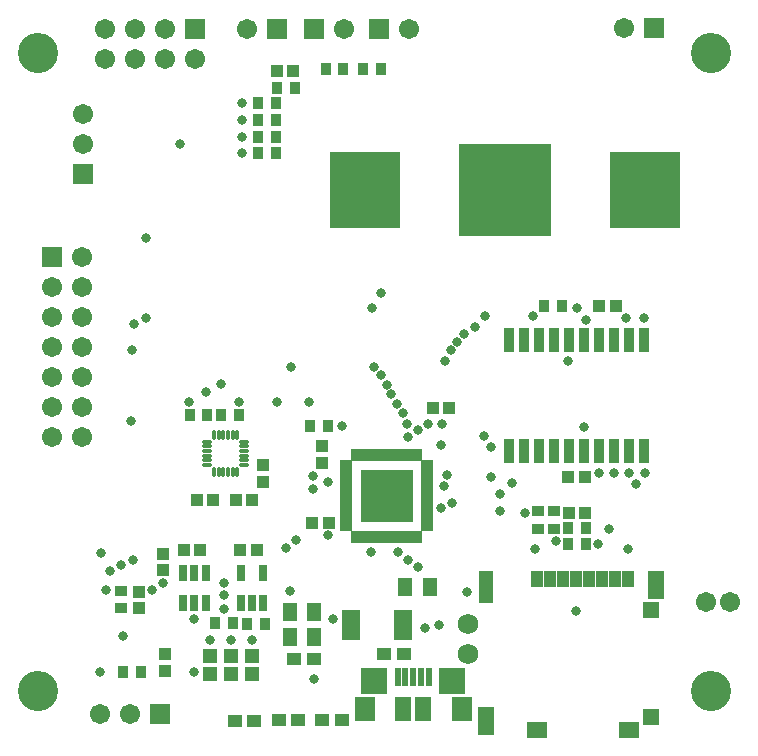
<source format=gts>
G04*
G04 #@! TF.GenerationSoftware,Altium Limited,Altium Designer,19.0.14 (431)*
G04*
G04 Layer_Color=8388736*
%FSLAX25Y25*%
%MOIN*%
G70*
G01*
G75*
%ADD18R,0.03556X0.04343*%
%ADD19R,0.04343X0.03556*%
%ADD20R,0.03950X0.04343*%
%ADD21R,0.30721X0.30721*%
%ADD22R,0.23241X0.25800*%
%ADD23R,0.03359X0.08379*%
%ADD24R,0.04343X0.03950*%
%ADD25R,0.17335X0.17335*%
%ADD26R,0.04343X0.01981*%
%ADD27R,0.01981X0.04343*%
G04:AMPARAMS|DCode=28|XSize=33.2mil|YSize=16.66mil|CornerRadius=5.08mil|HoleSize=0mil|Usage=FLASHONLY|Rotation=0.000|XOffset=0mil|YOffset=0mil|HoleType=Round|Shape=RoundedRectangle|*
%AMROUNDEDRECTD28*
21,1,0.03320,0.00650,0,0,0.0*
21,1,0.02303,0.01666,0,0,0.0*
1,1,0.01016,0.01152,-0.00325*
1,1,0.01016,-0.01152,-0.00325*
1,1,0.01016,-0.01152,0.00325*
1,1,0.01016,0.01152,0.00325*
%
%ADD28ROUNDEDRECTD28*%
G04:AMPARAMS|DCode=29|XSize=33.2mil|YSize=16.66mil|CornerRadius=5.08mil|HoleSize=0mil|Usage=FLASHONLY|Rotation=90.000|XOffset=0mil|YOffset=0mil|HoleType=Round|Shape=RoundedRectangle|*
%AMROUNDEDRECTD29*
21,1,0.03320,0.00650,0,0,90.0*
21,1,0.02303,0.01666,0,0,90.0*
1,1,0.01016,0.00325,0.01152*
1,1,0.01016,0.00325,-0.01152*
1,1,0.01016,-0.00325,-0.01152*
1,1,0.01016,-0.00325,0.01152*
%
%ADD29ROUNDEDRECTD29*%
%ADD30R,0.03950X0.05682*%
%ADD31R,0.04540X0.10642*%
%ADD32R,0.05328X0.09461*%
%ADD33R,0.05367X0.05721*%
%ADD34R,0.05367X0.05524*%
%ADD35R,0.06706X0.05328*%
%ADD36R,0.03162X0.05721*%
%ADD37R,0.03162X0.05524*%
%ADD38R,0.04934X0.06312*%
%ADD39R,0.04540X0.04343*%
%ADD40R,0.04737X0.04540*%
%ADD41R,0.06312X0.01981*%
%ADD42R,0.02375X0.06115*%
%ADD43R,0.09068X0.08674*%
%ADD44R,0.07099X0.08280*%
%ADD45R,0.05524X0.08280*%
%ADD46R,0.06706X0.06706*%
%ADD47C,0.06706*%
%ADD48C,0.06800*%
%ADD49R,0.06706X0.06706*%
%ADD50C,0.03162*%
%ADD51C,0.13398*%
D18*
X82677Y40157D02*
D03*
X76772D02*
D03*
X87484Y40059D02*
D03*
X93390D02*
D03*
X186417Y146063D02*
D03*
X192323D02*
D03*
X91035Y213484D02*
D03*
X96941D02*
D03*
X91142Y207874D02*
D03*
X97047D02*
D03*
X91142Y196850D02*
D03*
X97047D02*
D03*
Y202362D02*
D03*
X91142D02*
D03*
X119488Y224803D02*
D03*
X113583D02*
D03*
X114370Y106102D02*
D03*
X108465D02*
D03*
X78831Y109626D02*
D03*
X84736D02*
D03*
X74106Y109626D02*
D03*
X68201D02*
D03*
X97295Y218709D02*
D03*
X103201D02*
D03*
X194449Y66752D02*
D03*
X200354D02*
D03*
X200354Y71870D02*
D03*
X194449D02*
D03*
X51862Y24122D02*
D03*
X45957D02*
D03*
X125984Y224803D02*
D03*
X131890D02*
D03*
D19*
X45374Y45177D02*
D03*
Y51083D02*
D03*
X189528Y71673D02*
D03*
Y77579D02*
D03*
X184409Y77579D02*
D03*
Y71673D02*
D03*
D20*
X149213Y111811D02*
D03*
X154724D02*
D03*
X204724Y146063D02*
D03*
X210236D02*
D03*
X194350Y88976D02*
D03*
X199862D02*
D03*
X114567Y73622D02*
D03*
X109055D02*
D03*
X70626Y81181D02*
D03*
X76138D02*
D03*
X89130Y81181D02*
D03*
X83618D02*
D03*
X102756Y224410D02*
D03*
X97244D02*
D03*
X194646Y76988D02*
D03*
X200157D02*
D03*
X71744Y64673D02*
D03*
X66232D02*
D03*
X90642Y64476D02*
D03*
X85130D02*
D03*
D21*
X173228Y184646D02*
D03*
D22*
X219882D02*
D03*
X126575D02*
D03*
D23*
X219606Y97591D02*
D03*
X214606D02*
D03*
X209606D02*
D03*
X204606D02*
D03*
X199606D02*
D03*
X194606D02*
D03*
X189606D02*
D03*
X184606D02*
D03*
X179606D02*
D03*
X174606D02*
D03*
Y134693D02*
D03*
X179606D02*
D03*
X184606D02*
D03*
X189606D02*
D03*
X194606D02*
D03*
X199606D02*
D03*
X204606D02*
D03*
X209606D02*
D03*
X214606D02*
D03*
X219606D02*
D03*
D24*
X112205Y93701D02*
D03*
Y99213D02*
D03*
X92520Y92913D02*
D03*
Y87402D02*
D03*
X59933Y29831D02*
D03*
Y24319D02*
D03*
X59449Y63386D02*
D03*
Y57874D02*
D03*
X51181Y45276D02*
D03*
Y50787D02*
D03*
D25*
X133858Y82657D02*
D03*
D26*
X120276Y71831D02*
D03*
Y73799D02*
D03*
Y75768D02*
D03*
Y77736D02*
D03*
Y79705D02*
D03*
Y81673D02*
D03*
Y83642D02*
D03*
Y85610D02*
D03*
Y87579D02*
D03*
Y89547D02*
D03*
Y91516D02*
D03*
Y93484D02*
D03*
X147441D02*
D03*
Y91516D02*
D03*
Y89547D02*
D03*
Y87579D02*
D03*
Y85610D02*
D03*
Y83642D02*
D03*
Y81673D02*
D03*
Y79705D02*
D03*
Y77736D02*
D03*
Y75768D02*
D03*
Y73799D02*
D03*
Y71831D02*
D03*
D27*
X123031Y96240D02*
D03*
X125000D02*
D03*
X126969D02*
D03*
X128937D02*
D03*
X130905D02*
D03*
X132874D02*
D03*
X134843D02*
D03*
X136811D02*
D03*
X138779D02*
D03*
X140748D02*
D03*
X142717D02*
D03*
X144685D02*
D03*
Y69075D02*
D03*
X142717D02*
D03*
X140748D02*
D03*
X138779D02*
D03*
X136811D02*
D03*
X134843D02*
D03*
X132874D02*
D03*
X130905D02*
D03*
X128937D02*
D03*
X126969D02*
D03*
X125000D02*
D03*
X123031D02*
D03*
D28*
X74126Y100787D02*
D03*
Y99213D02*
D03*
Y97638D02*
D03*
Y96063D02*
D03*
Y94488D02*
D03*
Y92913D02*
D03*
X86291D02*
D03*
Y94488D02*
D03*
Y96063D02*
D03*
Y97638D02*
D03*
Y99213D02*
D03*
Y100787D02*
D03*
D29*
X76272Y90768D02*
D03*
X77846D02*
D03*
X79421D02*
D03*
X80996D02*
D03*
X82571D02*
D03*
X84146D02*
D03*
Y102933D02*
D03*
X82571D02*
D03*
X80996D02*
D03*
X79421D02*
D03*
X77846D02*
D03*
X76272D02*
D03*
D30*
X184153Y54843D02*
D03*
X188484D02*
D03*
X192815D02*
D03*
X197146D02*
D03*
X201476D02*
D03*
X205807D02*
D03*
X210138D02*
D03*
X214469D02*
D03*
D31*
X167047Y52362D02*
D03*
D32*
X223701Y52953D02*
D03*
X167047Y7756D02*
D03*
D33*
X222126Y44488D02*
D03*
D34*
X221909Y9055D02*
D03*
D35*
X214626Y4626D02*
D03*
X183996D02*
D03*
D36*
X85327Y46957D02*
D03*
X89067D02*
D03*
X92807D02*
D03*
Y56799D02*
D03*
X85327D02*
D03*
D37*
X73516D02*
D03*
X69776D02*
D03*
X66035D02*
D03*
Y46957D02*
D03*
X69776D02*
D03*
X73516D02*
D03*
D38*
X101567Y44004D02*
D03*
X109638D02*
D03*
X109638Y35736D02*
D03*
X101567D02*
D03*
X140150Y52173D02*
D03*
X148221D02*
D03*
D39*
X109638Y28336D02*
D03*
X103142D02*
D03*
X139559Y29831D02*
D03*
X133063D02*
D03*
X89665Y7776D02*
D03*
X83169D02*
D03*
X104331Y7874D02*
D03*
X97835D02*
D03*
X118898Y7972D02*
D03*
X112402D02*
D03*
D40*
X89067Y23236D02*
D03*
Y29339D02*
D03*
X81980Y23236D02*
D03*
Y29339D02*
D03*
X74894Y23236D02*
D03*
Y29339D02*
D03*
D41*
X139461Y35736D02*
D03*
Y37705D02*
D03*
Y39673D02*
D03*
Y41642D02*
D03*
Y43610D02*
D03*
X122138D02*
D03*
Y41642D02*
D03*
Y39673D02*
D03*
Y37705D02*
D03*
Y35736D02*
D03*
D42*
X147835Y22244D02*
D03*
X145276D02*
D03*
X142717D02*
D03*
X140157D02*
D03*
X137598D02*
D03*
D43*
X129724Y20965D02*
D03*
X155709D02*
D03*
D44*
X126575Y11713D02*
D03*
X158858D02*
D03*
D45*
X139370D02*
D03*
X146063D02*
D03*
D46*
X223130Y238583D02*
D03*
X109638Y238189D02*
D03*
X70000Y238347D02*
D03*
X97402D02*
D03*
X131496Y238189D02*
D03*
X58366Y9843D02*
D03*
D47*
X213130Y238583D02*
D03*
X248327Y47146D02*
D03*
X240453D02*
D03*
X119638Y238189D02*
D03*
X70000Y228346D02*
D03*
X60000Y238347D02*
D03*
Y228346D02*
D03*
X50000Y238347D02*
D03*
Y228346D02*
D03*
X40000Y238347D02*
D03*
Y228346D02*
D03*
X87402Y238347D02*
D03*
X141496Y238189D02*
D03*
X48366Y9843D02*
D03*
X38366D02*
D03*
X32327Y102398D02*
D03*
X22327D02*
D03*
X32327Y112398D02*
D03*
X22327D02*
D03*
X32327Y122398D02*
D03*
X22327D02*
D03*
X32327Y132398D02*
D03*
X22327D02*
D03*
X32327Y142398D02*
D03*
X22327D02*
D03*
X32327Y152398D02*
D03*
X22327D02*
D03*
X32327Y162398D02*
D03*
X32677Y200000D02*
D03*
Y210000D02*
D03*
D48*
X161024Y40020D02*
D03*
Y30020D02*
D03*
D49*
X22327Y162398D02*
D03*
X32677Y190000D02*
D03*
D50*
X101575Y51083D02*
D03*
X219577Y142096D02*
D03*
X214606Y90158D02*
D03*
X216929Y86619D02*
D03*
X208032Y71476D02*
D03*
X46063Y35925D02*
D03*
X214370Y64870D02*
D03*
X197047Y44291D02*
D03*
X40453Y51181D02*
D03*
X79823Y44980D02*
D03*
Y53543D02*
D03*
X114370Y69685D02*
D03*
X146653Y38508D02*
D03*
X59449Y53543D02*
D03*
X73721Y117421D02*
D03*
X152165Y78642D02*
D03*
X219991Y90162D02*
D03*
X171563Y77760D02*
D03*
X175787Y87008D02*
D03*
X153937Y89764D02*
D03*
X141157Y102451D02*
D03*
X49609Y139968D02*
D03*
X53543Y142126D02*
D03*
X49117Y131306D02*
D03*
X155217D02*
D03*
X153248Y127756D02*
D03*
X166240Y102657D02*
D03*
X166535Y142520D02*
D03*
X109350Y89370D02*
D03*
X109252Y84941D02*
D03*
X140748Y106685D02*
D03*
X147638Y106693D02*
D03*
X183465Y64961D02*
D03*
X213720Y142067D02*
D03*
X200394Y141339D02*
D03*
X182677Y142520D02*
D03*
X103543Y67803D02*
D03*
X100394Y65455D02*
D03*
X155512Y80315D02*
D03*
X152362Y106685D02*
D03*
X144488Y104724D02*
D03*
X139264Y110236D02*
D03*
X137402Y113386D02*
D03*
X131890Y122835D02*
D03*
X64961Y200000D02*
D03*
X53543Y168504D02*
D03*
X48819Y107658D02*
D03*
X131890Y150394D02*
D03*
X101870Y125591D02*
D03*
X129823D02*
D03*
X85827Y196850D02*
D03*
Y202362D02*
D03*
Y207874D02*
D03*
Y213484D02*
D03*
X38583Y63779D02*
D03*
X151969Y99606D02*
D03*
X118996Y105807D02*
D03*
X163386Y139075D02*
D03*
X159744Y136713D02*
D03*
X128948Y145355D02*
D03*
X197244Y145276D02*
D03*
X157480Y134055D02*
D03*
X168504Y98819D02*
D03*
X97295Y113957D02*
D03*
X107874Y113937D02*
D03*
X84646Y113957D02*
D03*
X68110D02*
D03*
X133858Y119685D02*
D03*
X135433Y116535D02*
D03*
X78831Y119862D02*
D03*
X55512Y51181D02*
D03*
X144193Y59055D02*
D03*
X140945Y61319D02*
D03*
X137795Y64102D02*
D03*
X45276Y59581D02*
D03*
X49213Y61417D02*
D03*
X41732Y57480D02*
D03*
X128740Y64075D02*
D03*
X171563Y83161D02*
D03*
X194252Y127559D02*
D03*
X168504Y88969D02*
D03*
X180079Y76988D02*
D03*
X153150Y85827D02*
D03*
X114173Y87402D02*
D03*
X204606Y90158D02*
D03*
X199606Y105512D02*
D03*
X209606Y90158D02*
D03*
X190315Y67539D02*
D03*
X204488Y66752D02*
D03*
X69809Y24024D02*
D03*
X79618Y49516D02*
D03*
X69760Y41658D02*
D03*
X38181Y24024D02*
D03*
X109638Y21654D02*
D03*
X115839Y41642D02*
D03*
X151272Y39673D02*
D03*
X74894Y34555D02*
D03*
X89067D02*
D03*
X81980D02*
D03*
X160728Y50787D02*
D03*
D51*
X17717Y17717D02*
D03*
Y230315D02*
D03*
X242126D02*
D03*
Y17717D02*
D03*
M02*

</source>
